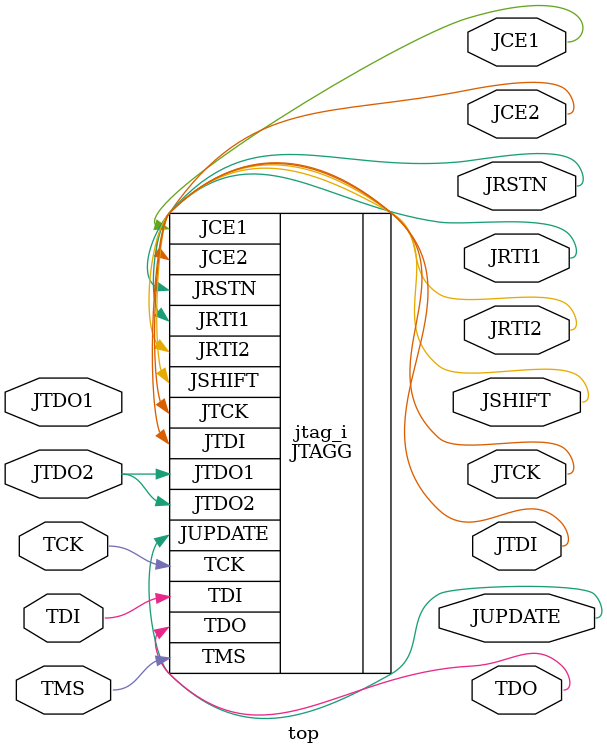
<source format=v>
module top(
input TCK, TMS, TDI, JTDO2, JTDO1,
output TDO, JTDI, JTCK, JRTI2, JRTI1,
output JSHIFT, JUPDATE, JRSTN, JCE2, JCE1
);
    JTAGG jtag_i(.TCK(TCK), .TMS(TMS), .TDI(TDI), .JTDO2(JTDO2), .JTDO1(JTDO2),
       .TDO(TDO), .JTDI(JTDI), .JTCK(JTCK), .JRTI2(JRTI2), .JRTI1(JRTI1),
       .JSHIFT(JSHIFT), .JUPDATE(JUPDATE), .JRSTN(JRSTN), .JCE2(JCE2), .JCE1(JCE1));
endmodule

</source>
